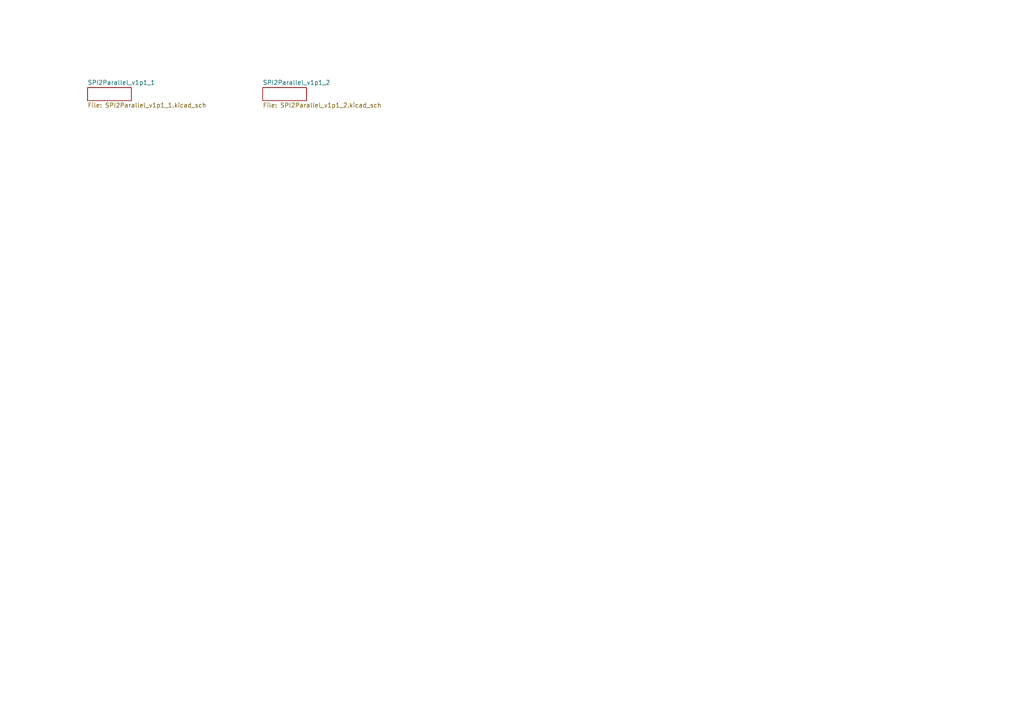
<source format=kicad_sch>
(kicad_sch
	(version 20231120)
	(generator "eeschema")
	(generator_version "8.0")
	(uuid "a6aaf8e9-4c42-4fa3-9e55-4cc84ca87304")
	(paper "A4")
	(lib_symbols)
	(sheet
		(at 25.4 25.4)
		(size 12.7 3.81)
		(fields_autoplaced yes)
		(stroke
			(width 0)
			(type solid)
		)
		(fill
			(color 0 0 0 0.0000)
		)
		(uuid "b5aea7e1-4492-4cde-ba23-7081362da908")
		(property "Sheetname" "SPI2Parallel_v1p1_1"
			(at 25.4 24.6884 0)
			(effects
				(font
					(size 1.27 1.27)
				)
				(justify left bottom)
			)
		)
		(property "Sheetfile" "SPI2Parallel_v1p1_1.kicad_sch"
			(at 25.4 29.7946 0)
			(effects
				(font
					(size 1.27 1.27)
				)
				(justify left top)
			)
		)
		(instances
			(project "SPI2Parallel_v1p1"
				(path "/a6aaf8e9-4c42-4fa3-9e55-4cc84ca87304"
					(page "1")
				)
			)
		)
	)
	(sheet
		(at 76.2 25.4)
		(size 12.7 3.81)
		(fields_autoplaced yes)
		(stroke
			(width 0)
			(type solid)
		)
		(fill
			(color 0 0 0 0.0000)
		)
		(uuid "e5ad143d-ce82-439e-ac55-86bf10200bd8")
		(property "Sheetname" "SPI2Parallel_v1p1_2"
			(at 76.2 24.6884 0)
			(effects
				(font
					(size 1.27 1.27)
				)
				(justify left bottom)
			)
		)
		(property "Sheetfile" "SPI2Parallel_v1p1_2.kicad_sch"
			(at 76.2 29.7946 0)
			(effects
				(font
					(size 1.27 1.27)
				)
				(justify left top)
			)
		)
		(instances
			(project "SPI2Parallel_v1p1"
				(path "/a6aaf8e9-4c42-4fa3-9e55-4cc84ca87304"
					(page "2")
				)
			)
		)
	)
	(sheet_instances
		(path "/"
			(page "1")
		)
	)
)

</source>
